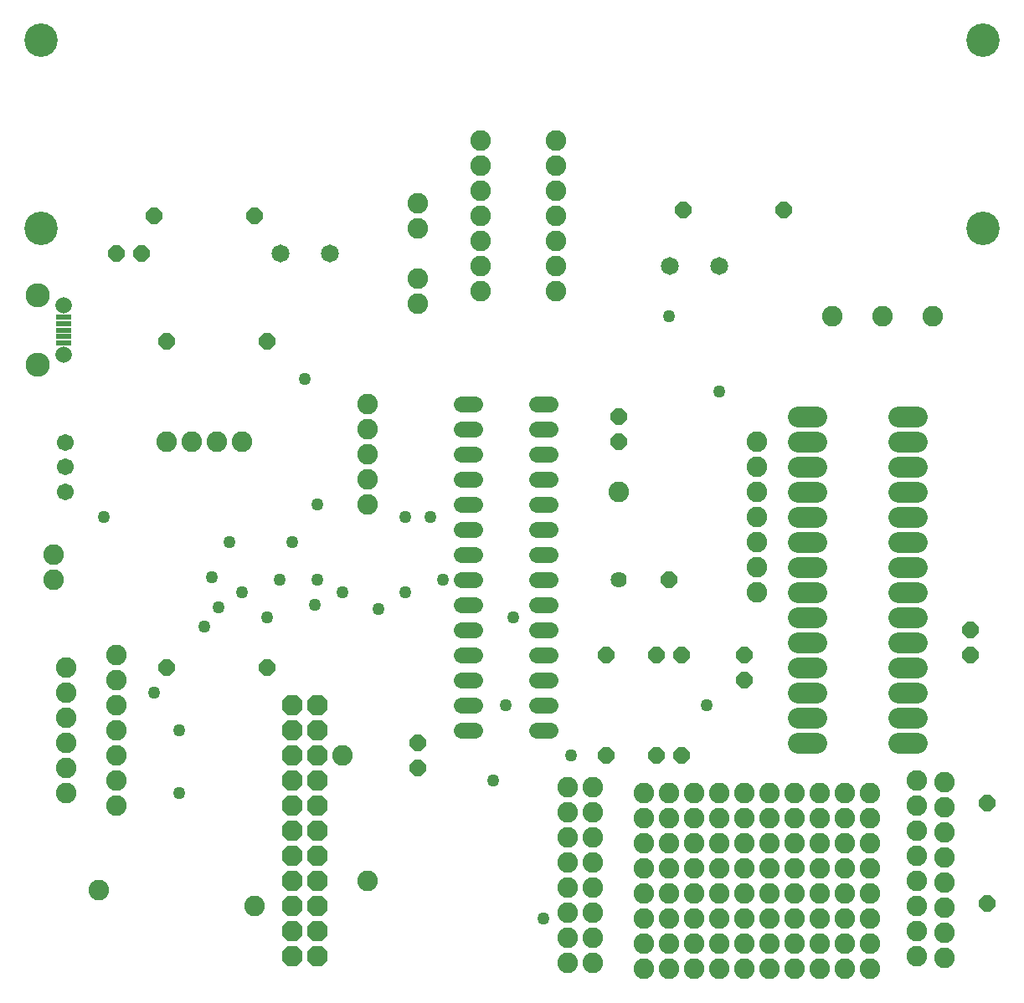
<source format=gts>
G04 EAGLE Gerber RS-274X export*
G75*
%MOMM*%
%FSLAX34Y34*%
%LPD*%
%INTop Soldermask*%
%IPPOS*%
%AMOC8*
5,1,8,0,0,1.08239X$1,22.5*%
G01*
%ADD10C,3.378200*%
%ADD11C,2.082800*%
%ADD12P,1.759533X8X292.500000*%
%ADD13C,1.625600*%
%ADD14P,1.759533X8X22.500000*%
%ADD15P,1.759533X8X202.500000*%
%ADD16P,1.759533X8X112.500000*%
%ADD17P,2.254402X8X292.500000*%
%ADD18C,1.712800*%
%ADD19C,1.812800*%
%ADD20C,2.082800*%
%ADD21C,1.625600*%
%ADD22R,1.553200X0.603200*%
%ADD23C,1.662800*%
%ADD24C,2.453200*%
%ADD25C,1.261200*%


D10*
X25400Y965200D03*
X25400Y774700D03*
X977900Y774700D03*
X977900Y965200D03*
D11*
X38100Y419100D03*
X38100Y444500D03*
D12*
X609600Y584200D03*
X609600Y558800D03*
X406400Y254000D03*
X406400Y228600D03*
D13*
X609600Y419100D03*
D14*
X660400Y419100D03*
D12*
X736600Y342900D03*
X736600Y317500D03*
D11*
X406400Y698500D03*
X406400Y723900D03*
X749300Y457200D03*
X749300Y431800D03*
X749300Y406400D03*
X927100Y685800D03*
X876300Y685800D03*
X825500Y685800D03*
X406400Y774700D03*
X406400Y800100D03*
X330200Y241300D03*
X355600Y114300D03*
X241300Y88900D03*
X749300Y558800D03*
X749300Y533400D03*
X749300Y508000D03*
X749300Y482600D03*
D15*
X127000Y749300D03*
X101600Y749300D03*
D12*
X965200Y368300D03*
X965200Y342900D03*
D15*
X241300Y787400D03*
X139700Y787400D03*
X254000Y660400D03*
X152400Y660400D03*
D12*
X647700Y342900D03*
X647700Y241300D03*
X673100Y342900D03*
X673100Y241300D03*
D16*
X981710Y91440D03*
X981710Y193040D03*
D14*
X674370Y793750D03*
X775970Y793750D03*
D12*
X596900Y342900D03*
X596900Y241300D03*
D11*
X546100Y863600D03*
X546100Y838200D03*
X546100Y812800D03*
X546100Y787400D03*
X546100Y762000D03*
X546100Y736600D03*
X546100Y711200D03*
X469900Y711200D03*
X469900Y736600D03*
X469900Y762000D03*
X469900Y787400D03*
X469900Y812800D03*
X469900Y838200D03*
X469900Y863600D03*
D17*
X279400Y292100D03*
X304800Y292100D03*
X279400Y266700D03*
X304800Y266700D03*
X279400Y241300D03*
X304800Y241300D03*
X279400Y215900D03*
X304800Y215900D03*
X279400Y190500D03*
X304800Y190500D03*
X279400Y165100D03*
X304800Y165100D03*
X279400Y139700D03*
X304800Y139700D03*
X279400Y114300D03*
X304800Y114300D03*
X279400Y88900D03*
X304800Y88900D03*
X279400Y63500D03*
X304800Y63500D03*
X279400Y38100D03*
X304800Y38100D03*
D18*
X49530Y558400D03*
X49530Y533400D03*
X49530Y508400D03*
D11*
X152400Y558800D03*
X177800Y558800D03*
X203200Y558800D03*
X228600Y558800D03*
X355600Y596900D03*
X355600Y571500D03*
X355600Y546100D03*
X355600Y520700D03*
X355600Y495300D03*
D19*
X267100Y749300D03*
X317100Y749300D03*
D11*
X50800Y330200D03*
X50800Y304800D03*
X50800Y279400D03*
X50800Y254000D03*
X50800Y228600D03*
X50800Y203200D03*
X101600Y342900D03*
X101600Y317500D03*
X101600Y292100D03*
X101600Y266700D03*
X101600Y241300D03*
X101600Y215900D03*
X101600Y190500D03*
D20*
X790702Y584200D02*
X809498Y584200D01*
X809498Y558800D02*
X790702Y558800D01*
X790702Y533400D02*
X809498Y533400D01*
X809498Y508000D02*
X790702Y508000D01*
X790702Y482600D02*
X809498Y482600D01*
X809498Y457200D02*
X790702Y457200D01*
X790702Y431800D02*
X809498Y431800D01*
X809498Y406400D02*
X790702Y406400D01*
X790702Y381000D02*
X809498Y381000D01*
X809498Y355600D02*
X790702Y355600D01*
X790702Y330200D02*
X809498Y330200D01*
X809498Y304800D02*
X790702Y304800D01*
X790702Y279400D02*
X809498Y279400D01*
X809498Y254000D02*
X790702Y254000D01*
X892302Y254000D02*
X911098Y254000D01*
X911098Y279400D02*
X892302Y279400D01*
X892302Y304800D02*
X911098Y304800D01*
X911098Y330200D02*
X892302Y330200D01*
X892302Y355600D02*
X911098Y355600D01*
X911098Y381000D02*
X892302Y381000D01*
X892302Y406400D02*
X911098Y406400D01*
X911098Y431800D02*
X892302Y431800D01*
X892302Y457200D02*
X911098Y457200D01*
X911098Y482600D02*
X892302Y482600D01*
X892302Y508000D02*
X911098Y508000D01*
X911098Y533400D02*
X892302Y533400D01*
X892302Y558800D02*
X911098Y558800D01*
X911098Y584200D02*
X892302Y584200D01*
D19*
X710800Y736600D03*
X660800Y736600D03*
D21*
X464312Y596900D02*
X450088Y596900D01*
X450088Y571500D02*
X464312Y571500D01*
X464312Y546100D02*
X450088Y546100D01*
X450088Y520700D02*
X464312Y520700D01*
X464312Y495300D02*
X450088Y495300D01*
X450088Y469900D02*
X464312Y469900D01*
X464312Y444500D02*
X450088Y444500D01*
X450088Y419100D02*
X464312Y419100D01*
X464312Y393700D02*
X450088Y393700D01*
X450088Y368300D02*
X464312Y368300D01*
X464312Y342900D02*
X450088Y342900D01*
X450088Y317500D02*
X464312Y317500D01*
X464312Y292100D02*
X450088Y292100D01*
X450088Y266700D02*
X464312Y266700D01*
X526288Y266700D02*
X540512Y266700D01*
X540512Y292100D02*
X526288Y292100D01*
X526288Y317500D02*
X540512Y317500D01*
X540512Y342900D02*
X526288Y342900D01*
X526288Y368300D02*
X540512Y368300D01*
X540512Y393700D02*
X526288Y393700D01*
X526288Y419100D02*
X540512Y419100D01*
X540512Y444500D02*
X526288Y444500D01*
X526288Y469900D02*
X540512Y469900D01*
X540512Y495300D02*
X526288Y495300D01*
X526288Y520700D02*
X540512Y520700D01*
X540512Y546100D02*
X526288Y546100D01*
X526288Y571500D02*
X540512Y571500D01*
X540512Y596900D02*
X526288Y596900D01*
D15*
X254000Y330200D03*
X152400Y330200D03*
D11*
X635000Y203200D03*
X635000Y177800D03*
X635000Y152400D03*
X635000Y127000D03*
X635000Y101600D03*
X635000Y76200D03*
X635000Y50800D03*
X635000Y25400D03*
X660400Y203200D03*
X660400Y177800D03*
X660400Y152400D03*
X660400Y127000D03*
X660400Y101600D03*
X660400Y76200D03*
X660400Y50800D03*
X660400Y25400D03*
X685800Y203200D03*
X685800Y177800D03*
X685800Y152400D03*
X685800Y127000D03*
X685800Y101600D03*
X685800Y76200D03*
X685800Y50800D03*
X685800Y25400D03*
X711200Y203200D03*
X711200Y177800D03*
X711200Y152400D03*
X711200Y127000D03*
X711200Y101600D03*
X711200Y76200D03*
X711200Y50800D03*
X711200Y25400D03*
X736600Y203200D03*
X736600Y177800D03*
X736600Y152400D03*
X736600Y127000D03*
X736600Y101600D03*
X736600Y76200D03*
X736600Y50800D03*
X736600Y25400D03*
X762000Y203200D03*
X762000Y177800D03*
X762000Y152400D03*
X762000Y127000D03*
X762000Y101600D03*
X762000Y76200D03*
X762000Y50800D03*
X762000Y25400D03*
X787400Y203200D03*
X787400Y177800D03*
X787400Y152400D03*
X787400Y127000D03*
X787400Y101600D03*
X787400Y76200D03*
X787400Y50800D03*
X787400Y25400D03*
X812800Y203200D03*
X812800Y177800D03*
X812800Y152400D03*
X812800Y127000D03*
X812800Y101600D03*
X812800Y76200D03*
X812800Y50800D03*
X812800Y25400D03*
X838200Y203200D03*
X838200Y177800D03*
X838200Y152400D03*
X838200Y127000D03*
X838200Y101600D03*
X838200Y76200D03*
X838200Y50800D03*
X838200Y25400D03*
X863600Y203200D03*
X863600Y177800D03*
X863600Y152400D03*
X863600Y127000D03*
X863600Y101600D03*
X863600Y76200D03*
X863600Y50800D03*
X863600Y25400D03*
X938530Y36830D03*
X938530Y62230D03*
X938530Y87630D03*
X938530Y113030D03*
X938530Y138430D03*
X938530Y163830D03*
X938530Y189230D03*
X938530Y214630D03*
X910590Y215900D03*
X910590Y190500D03*
X910590Y165100D03*
X910590Y139700D03*
X910590Y114300D03*
X910590Y88900D03*
X910590Y63500D03*
X910590Y38100D03*
X557530Y209550D03*
X557530Y184150D03*
X557530Y158750D03*
X557530Y133350D03*
X557530Y107950D03*
X557530Y82550D03*
X557530Y57150D03*
X557530Y31750D03*
X582930Y209550D03*
X582930Y184150D03*
X582930Y158750D03*
X582930Y133350D03*
X582930Y107950D03*
X582930Y82550D03*
X582930Y57150D03*
X582930Y31750D03*
D22*
X48590Y684830D03*
X48590Y678330D03*
X48590Y671830D03*
X48590Y665330D03*
X48590Y658830D03*
D23*
X48590Y696830D03*
D24*
X21590Y706830D03*
X21590Y636830D03*
D23*
X48590Y646830D03*
D11*
X83820Y105410D03*
X609600Y508000D03*
D25*
X88900Y482600D03*
X711200Y609600D03*
X165100Y266700D03*
X279400Y457200D03*
X419100Y482600D03*
X198120Y421640D03*
X292100Y622300D03*
X266700Y419100D03*
X698500Y292100D03*
X660400Y685800D03*
X482600Y215900D03*
X495300Y292100D03*
X561340Y241300D03*
X165100Y203200D03*
X139700Y304800D03*
X215900Y457200D03*
X393700Y482600D03*
X366296Y389890D03*
X204470Y391160D03*
X330200Y406400D03*
X393700Y406400D03*
X302260Y393700D03*
X431800Y419100D03*
X228600Y406400D03*
X304800Y419100D03*
X304800Y495300D03*
X190500Y372110D03*
X533400Y76200D03*
X502920Y381000D03*
X254000Y381000D03*
M02*

</source>
